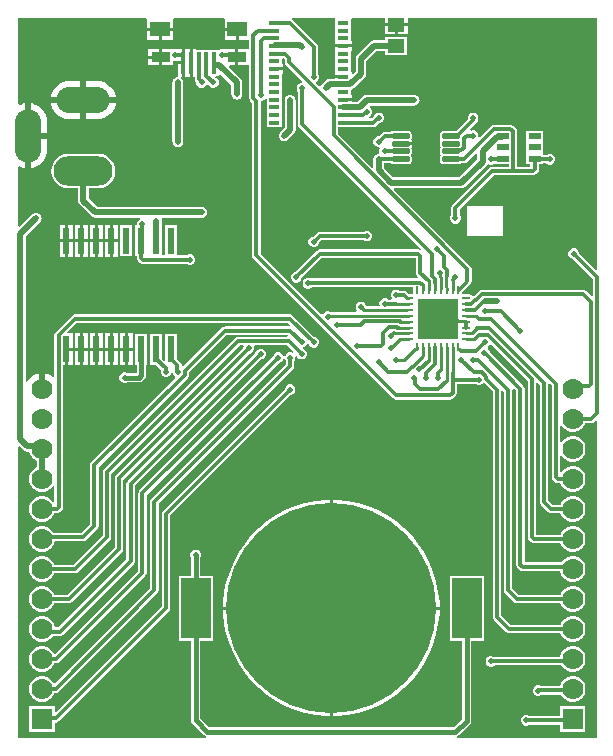
<source format=gtl>
G04*
G04 #@! TF.GenerationSoftware,Altium Limited,Altium Designer,23.2.1 (34)*
G04*
G04 Layer_Physical_Order=1*
G04 Layer_Color=255*
%FSLAX44Y44*%
%MOMM*%
G71*
G04*
G04 #@! TF.SameCoordinates,42A8F1EF-7107-4BB4-9A72-9FAECD8FE37F*
G04*
G04*
G04 #@! TF.FilePolarity,Positive*
G04*
G01*
G75*
%ADD16R,0.6000X2.2000*%
%ADD17R,1.4500X1.1500*%
%ADD18R,0.9144X0.3048*%
%ADD19R,0.4000X1.8500*%
%ADD20R,1.6250X0.9000*%
%ADD21R,1.6900X1.3000*%
%ADD22R,1.0033X0.5588*%
%ADD23R,2.5000X5.1000*%
G04:AMPARAMS|DCode=24|XSize=1.47mm|YSize=0.4546mm|CornerRadius=0.0568mm|HoleSize=0mm|Usage=FLASHONLY|Rotation=180.000|XOffset=0mm|YOffset=0mm|HoleType=Round|Shape=RoundedRectangle|*
%AMROUNDEDRECTD24*
21,1,1.4700,0.3410,0,0,180.0*
21,1,1.3564,0.4546,0,0,180.0*
1,1,0.1137,-0.6782,0.1705*
1,1,0.1137,0.6782,0.1705*
1,1,0.1137,0.6782,-0.1705*
1,1,0.1137,-0.6782,-0.1705*
%
%ADD24ROUNDEDRECTD24*%
G04:AMPARAMS|DCode=25|XSize=0.6mm|YSize=0.25mm|CornerRadius=0.0313mm|HoleSize=0mm|Usage=FLASHONLY|Rotation=0.000|XOffset=0mm|YOffset=0mm|HoleType=Round|Shape=RoundedRectangle|*
%AMROUNDEDRECTD25*
21,1,0.6000,0.1875,0,0,0.0*
21,1,0.5375,0.2500,0,0,0.0*
1,1,0.0625,0.2688,-0.0938*
1,1,0.0625,-0.2688,-0.0938*
1,1,0.0625,-0.2688,0.0938*
1,1,0.0625,0.2688,0.0938*
%
%ADD25ROUNDEDRECTD25*%
G04:AMPARAMS|DCode=26|XSize=0.6mm|YSize=0.25mm|CornerRadius=0.0313mm|HoleSize=0mm|Usage=FLASHONLY|Rotation=270.000|XOffset=0mm|YOffset=0mm|HoleType=Round|Shape=RoundedRectangle|*
%AMROUNDEDRECTD26*
21,1,0.6000,0.1875,0,0,270.0*
21,1,0.5375,0.2500,0,0,270.0*
1,1,0.0625,-0.0938,-0.2688*
1,1,0.0625,-0.0938,0.2688*
1,1,0.0625,0.0938,0.2688*
1,1,0.0625,0.0938,-0.2688*
%
%ADD26ROUNDEDRECTD26*%
%ADD38C,0.5000*%
%ADD43C,17.8000*%
%ADD44R,3.4500X3.4500*%
%ADD45C,0.3048*%
%ADD46C,0.3810*%
%ADD47C,0.5080*%
%ADD48C,0.2540*%
%ADD49R,1.7780X1.7780*%
%ADD50C,1.7780*%
%ADD51O,5.0000X2.5000*%
%ADD52O,4.5000X2.2500*%
%ADD53O,2.2500X4.5000*%
%ADD54C,0.4000*%
%ADD55C,0.4064*%
G36*
X220000Y101741D02*
X218827Y101255D01*
X204500Y115581D01*
Y115895D01*
X203815Y117549D01*
X202549Y118815D01*
X200895Y119500D01*
X199105D01*
X197451Y118815D01*
X196185Y117549D01*
X195500Y115895D01*
Y114105D01*
X196185Y112451D01*
X197451Y111185D01*
X199105Y110500D01*
X199419D01*
X216455Y93464D01*
Y79588D01*
X215282Y79102D01*
X210779Y83605D01*
X209613Y84383D01*
X208238Y84657D01*
X122488D01*
X121113Y84383D01*
X119948Y83605D01*
X115871Y79528D01*
X115263Y79407D01*
X115161Y79339D01*
X114903Y79339D01*
X113560Y79797D01*
X113355Y80105D01*
X112590Y80616D01*
X111687Y80795D01*
X106987D01*
X106156Y81156D01*
X105795Y81987D01*
Y82580D01*
X111437Y88222D01*
X112541Y88959D01*
X113320Y90125D01*
X113593Y91500D01*
Y101978D01*
X113320Y103353D01*
X112541Y104518D01*
X47861Y169198D01*
X48347Y170371D01*
X105000D01*
X105000Y170371D01*
X106771Y170723D01*
X108273Y171727D01*
X126233Y189687D01*
X126617Y190261D01*
X127403Y191132D01*
X128386Y190798D01*
X129105Y190500D01*
X130895D01*
X131713Y190839D01*
X132984Y190706D01*
X132984Y190706D01*
X132984Y190706D01*
X144947D01*
Y188593D01*
X130886D01*
X129511Y188319D01*
X128346Y187541D01*
X97459Y156654D01*
X96680Y155489D01*
X96407Y154114D01*
Y147771D01*
X96185Y147549D01*
X95500Y145895D01*
Y144105D01*
X96185Y142451D01*
X97451Y141185D01*
X99105Y140500D01*
X100895D01*
X102549Y141185D01*
X103815Y142451D01*
X104500Y144105D01*
Y145895D01*
X103815Y147549D01*
X103593Y147771D01*
Y152625D01*
X132375Y181407D01*
X165266D01*
X166640Y181681D01*
X167806Y182459D01*
X169592Y184245D01*
X170371Y185410D01*
X170644Y186786D01*
Y190706D01*
X174067D01*
Y191657D01*
X176979D01*
X177451Y191185D01*
X179105Y190500D01*
X180895D01*
X182549Y191185D01*
X183815Y192451D01*
X184500Y194105D01*
Y195895D01*
X183815Y197549D01*
X182549Y198815D01*
X180895Y199500D01*
X179105D01*
X177519Y198843D01*
X174067D01*
Y209706D01*
Y219294D01*
X160035D01*
Y209706D01*
Y200206D01*
Y190706D01*
X163458D01*
Y188593D01*
X152133D01*
Y218754D01*
X151860Y220129D01*
X151081Y221294D01*
X149017Y223359D01*
X147851Y224137D01*
X146476Y224411D01*
X133011D01*
X131636Y224137D01*
X130471Y223359D01*
X120633Y213521D01*
X119716Y213993D01*
X119500Y214184D01*
Y215895D01*
X118815Y217549D01*
X117549Y218815D01*
X115895Y219500D01*
X114105D01*
X113190Y219121D01*
X112817Y219240D01*
X112467Y220686D01*
X117167Y225386D01*
X117946Y226551D01*
X117954Y226590D01*
X118815Y227451D01*
X119500Y229105D01*
Y230895D01*
X118815Y232549D01*
X117549Y233815D01*
X115895Y234500D01*
X114105D01*
X112451Y233815D01*
X111185Y232549D01*
X110500Y230895D01*
Y229105D01*
X110566Y228947D01*
X100692Y219073D01*
X89718D01*
X88716Y218874D01*
X87867Y218306D01*
X87299Y217457D01*
X87100Y216455D01*
Y213045D01*
X87299Y212043D01*
X87662Y211500D01*
X87299Y210957D01*
X87100Y209955D01*
Y206545D01*
X87299Y205543D01*
X87662Y205000D01*
X87299Y204457D01*
X87100Y203455D01*
Y200045D01*
X87299Y199043D01*
X87662Y198500D01*
X87299Y197957D01*
X87100Y196955D01*
Y193545D01*
X87299Y192543D01*
X87867Y191694D01*
X88716Y191126D01*
X89718Y190927D01*
X103282D01*
X104284Y191126D01*
X105079Y191657D01*
X107443D01*
X108818Y191931D01*
X109984Y192709D01*
X117158Y199883D01*
X118331Y199397D01*
Y194877D01*
X103083Y179629D01*
X47471D01*
X39629Y187471D01*
Y191532D01*
X45108D01*
X45716Y191126D01*
X46718Y190927D01*
X55689D01*
X56396Y190786D01*
X57103Y190927D01*
X60282D01*
X61284Y191126D01*
X62133Y191694D01*
X62701Y192543D01*
X62900Y193545D01*
Y196955D01*
X62701Y197957D01*
X62338Y198500D01*
X62701Y199043D01*
X62900Y200045D01*
Y203455D01*
X62701Y204457D01*
X62639Y204550D01*
X63172Y205348D01*
X63410Y206545D01*
Y207000D01*
X53500D01*
Y209500D01*
X63410D01*
Y209955D01*
X63172Y211152D01*
X62639Y211950D01*
X62701Y212043D01*
X62900Y213045D01*
Y216455D01*
X62701Y217457D01*
X62133Y218306D01*
X61284Y218874D01*
X60282Y219073D01*
X46718D01*
X45716Y218874D01*
X44921Y218343D01*
X40251D01*
X38876Y218069D01*
X37711Y217291D01*
X34920Y214500D01*
X34105D01*
X32451Y213815D01*
X31185Y212549D01*
X30500Y210895D01*
Y209105D01*
X31185Y207451D01*
X32451Y206185D01*
X34105Y205500D01*
X35300D01*
X35597Y205194D01*
X36066Y204301D01*
X35500Y202935D01*
Y201145D01*
X35645Y200796D01*
X35379Y200314D01*
X34772Y199584D01*
X34352Y199500D01*
X34105D01*
X33877Y199405D01*
X33229Y199277D01*
X32679Y198909D01*
X32451Y198815D01*
X32276Y198640D01*
X31727Y198273D01*
X31360Y197724D01*
X31185Y197549D01*
X31091Y197321D01*
X30723Y196771D01*
X30594Y196123D01*
X30500Y195895D01*
Y195648D01*
X30371Y195000D01*
Y188347D01*
X29198Y187861D01*
X370Y216689D01*
Y222476D01*
X4653D01*
X5000Y222407D01*
X30472D01*
X31847Y222680D01*
X33012Y223459D01*
X35053Y225500D01*
X35895D01*
X37549Y226185D01*
X38815Y227451D01*
X39500Y229105D01*
Y230895D01*
X38815Y232549D01*
X37549Y233815D01*
X35895Y234500D01*
X34105D01*
X32451Y233815D01*
X31185Y232549D01*
X30652Y231261D01*
X28984Y229593D01*
X27024D01*
X26772Y230863D01*
X27549Y231185D01*
X28815Y232451D01*
X29500Y234105D01*
Y235895D01*
X28815Y237549D01*
X27549Y238815D01*
X27858Y240061D01*
X28112Y240371D01*
X65000D01*
X65648Y240500D01*
X65895D01*
X66123Y240594D01*
X66771Y240723D01*
X67321Y241091D01*
X67549Y241185D01*
X67723Y241360D01*
X68273Y241727D01*
X68640Y242276D01*
X68815Y242451D01*
X68909Y242679D01*
X69277Y243229D01*
X69406Y243877D01*
X69500Y244105D01*
Y244352D01*
X69629Y245000D01*
X69500Y245648D01*
Y245895D01*
X69406Y246123D01*
X69277Y246771D01*
X68909Y247321D01*
X68815Y247549D01*
X68640Y247724D01*
X68273Y248273D01*
X67723Y248640D01*
X67549Y248815D01*
X67321Y248909D01*
X66771Y249277D01*
X66123Y249405D01*
X65895Y249500D01*
X65648D01*
X65000Y249629D01*
X25044D01*
X25044Y249629D01*
X23273Y249277D01*
X21771Y248273D01*
X21771Y248273D01*
X17127Y243629D01*
X12072D01*
Y244250D01*
X5000D01*
Y246750D01*
X12072D01*
Y249524D01*
X11572D01*
Y253981D01*
X12788Y254223D01*
X14290Y255227D01*
X23273Y264210D01*
X23273Y264210D01*
X24277Y265712D01*
X24629Y267484D01*
Y278095D01*
X33015Y286481D01*
X40750D01*
Y283360D01*
X59250D01*
Y298860D01*
X40750D01*
Y295739D01*
X31098D01*
X31098Y295739D01*
X29326Y295387D01*
X27824Y294383D01*
X27824Y294383D01*
X16727Y283286D01*
X15723Y281784D01*
X15371Y280012D01*
X15371Y280012D01*
Y280000D01*
X15371Y280000D01*
X15371Y280000D01*
Y269401D01*
X13245Y267275D01*
X12072Y267761D01*
Y269024D01*
X11572D01*
Y274476D01*
Y286976D01*
X12072D01*
Y289750D01*
X5000D01*
X-2072D01*
Y286976D01*
X-1572D01*
Y280976D01*
Y269024D01*
X-2072D01*
Y266250D01*
X5000D01*
Y263750D01*
X-2072D01*
Y263129D01*
X-6500D01*
X-6500Y263129D01*
X-8271Y262777D01*
X-9773Y261773D01*
X-13273Y258273D01*
X-13641Y257724D01*
X-13815Y257549D01*
X-13909Y257321D01*
X-14031Y257139D01*
X-15233Y256842D01*
X-15553Y256865D01*
X-18179Y259491D01*
X-17931Y260736D01*
X-17451Y260935D01*
X-16185Y262201D01*
X-15500Y263855D01*
Y265645D01*
X-16185Y267299D01*
X-16407Y267521D01*
Y290000D01*
X-16681Y291375D01*
X-17459Y292541D01*
X-37959Y313041D01*
X-37980Y313055D01*
X-38262Y314771D01*
X-38086Y315000D01*
X-2282D01*
X-1572Y314024D01*
Y306976D01*
Y295024D01*
X-2072D01*
Y292250D01*
X5000D01*
X12072D01*
Y295024D01*
X11572D01*
Y306976D01*
Y314024D01*
X12282Y315000D01*
X40250D01*
Y310140D01*
X50000D01*
X59750D01*
Y315000D01*
X220000D01*
Y101741D01*
D02*
G37*
G36*
X-95550Y314000D02*
Y306250D01*
X-84600D01*
Y305000D01*
X-83350D01*
Y296000D01*
X-74617D01*
Y288400D01*
X-83925D01*
Y281400D01*
Y274400D01*
X-74617D01*
Y246481D01*
X-74344Y245106D01*
X-73565Y243940D01*
X-72219Y242595D01*
Y113626D01*
X-71946Y112251D01*
X-71167Y111085D01*
X47459Y-7541D01*
X48625Y-8320D01*
X50000Y-8593D01*
X95715D01*
X97090Y-8320D01*
X98255Y-7541D01*
X100041Y-5755D01*
X100820Y-4590D01*
X101093Y-3214D01*
Y4855D01*
X117236D01*
X117458Y4633D01*
X119112Y3948D01*
X120902D01*
X122556Y4633D01*
X123050Y5127D01*
X124778Y5141D01*
X131407Y-1488D01*
Y-192261D01*
X131680Y-193636D01*
X132459Y-194802D01*
X142998Y-205341D01*
X144164Y-206119D01*
X145539Y-206393D01*
X188889D01*
X189052Y-207003D01*
X190486Y-209487D01*
X192513Y-211514D01*
X194997Y-212948D01*
X197766Y-213690D01*
X200634D01*
X203403Y-212948D01*
X205887Y-211514D01*
X207914Y-209487D01*
X209348Y-207003D01*
X210090Y-204234D01*
Y-201366D01*
X209348Y-198597D01*
X207914Y-196113D01*
X205887Y-194086D01*
X203403Y-192652D01*
X200634Y-191910D01*
X197766D01*
X194997Y-192652D01*
X192513Y-194086D01*
X190486Y-196113D01*
X189052Y-198597D01*
X188889Y-199207D01*
X147027D01*
X138593Y-190773D01*
Y-1357D01*
X139863Y-831D01*
X140962Y-1930D01*
Y-170000D01*
X141235Y-171375D01*
X142014Y-172541D01*
X149414Y-179941D01*
X150580Y-180720D01*
X151955Y-180993D01*
X188889D01*
X189052Y-181603D01*
X190486Y-184087D01*
X192513Y-186114D01*
X194997Y-187548D01*
X197766Y-188290D01*
X200634D01*
X203403Y-187548D01*
X205887Y-186114D01*
X207914Y-184087D01*
X209348Y-181603D01*
X210090Y-178834D01*
Y-175966D01*
X209348Y-173197D01*
X207914Y-170713D01*
X205887Y-168686D01*
X203403Y-167252D01*
X200634Y-166510D01*
X197766D01*
X194997Y-167252D01*
X192513Y-168686D01*
X190486Y-170713D01*
X189052Y-173197D01*
X188889Y-173807D01*
X153443D01*
X148148Y-168512D01*
Y-442D01*
X148140Y-401D01*
X149150Y1029D01*
X149418Y1068D01*
X151407Y-921D01*
Y-148215D01*
X151680Y-149590D01*
X152459Y-150755D01*
X154245Y-152541D01*
X155410Y-153320D01*
X156785Y-153593D01*
X188353D01*
X189052Y-156203D01*
X190486Y-158687D01*
X192513Y-160714D01*
X194997Y-162148D01*
X197766Y-162890D01*
X200634D01*
X203403Y-162148D01*
X205887Y-160714D01*
X207914Y-158687D01*
X209348Y-156203D01*
X210090Y-153434D01*
Y-150566D01*
X209348Y-147797D01*
X207914Y-145313D01*
X205887Y-143286D01*
X203403Y-141852D01*
X200634Y-141110D01*
X197766D01*
X194997Y-141852D01*
X192513Y-143286D01*
X190486Y-145313D01*
X189854Y-146407D01*
X158593D01*
Y567D01*
X158320Y1942D01*
X157541Y3108D01*
X129043Y31605D01*
Y31919D01*
X128358Y33573D01*
X127246Y34685D01*
X127235Y35528D01*
X127355Y36105D01*
X127549Y36185D01*
X128815Y37451D01*
X129014Y37931D01*
X130259Y38179D01*
X161407Y7031D01*
Y-124815D01*
X161681Y-126189D01*
X162459Y-127355D01*
X164245Y-129141D01*
X165410Y-129920D01*
X166786Y-130193D01*
X188889D01*
X189052Y-130803D01*
X190486Y-133287D01*
X192513Y-135314D01*
X194997Y-136748D01*
X197766Y-137490D01*
X200634D01*
X203403Y-136748D01*
X205887Y-135314D01*
X207914Y-133287D01*
X209348Y-130803D01*
X210090Y-128034D01*
Y-125166D01*
X209348Y-122397D01*
X207914Y-119913D01*
X205887Y-117886D01*
X203403Y-116452D01*
X200634Y-115710D01*
X197766D01*
X194997Y-116452D01*
X192513Y-117886D01*
X190486Y-119913D01*
X189052Y-122397D01*
X188889Y-123007D01*
X168593D01*
Y5324D01*
X169766Y5810D01*
X171407Y4170D01*
Y-95000D01*
X171681Y-96375D01*
X172459Y-97541D01*
X178659Y-103741D01*
X179825Y-104520D01*
X181200Y-104793D01*
X188889D01*
X189052Y-105403D01*
X190486Y-107887D01*
X192513Y-109914D01*
X194997Y-111348D01*
X197766Y-112090D01*
X200634D01*
X203403Y-111348D01*
X205887Y-109914D01*
X207914Y-107887D01*
X209348Y-105403D01*
X210090Y-102634D01*
Y-99766D01*
X209348Y-96997D01*
X207914Y-94513D01*
X205887Y-92486D01*
X203403Y-91052D01*
X200634Y-90310D01*
X197766D01*
X194997Y-91052D01*
X192513Y-92486D01*
X190486Y-94513D01*
X189052Y-96997D01*
X188889Y-97607D01*
X182688D01*
X178593Y-93512D01*
Y4530D01*
X179863Y5056D01*
X181407Y3512D01*
Y-74015D01*
X181681Y-75389D01*
X182459Y-76555D01*
X184245Y-78341D01*
X185410Y-79120D01*
X186786Y-79393D01*
X188889D01*
X189052Y-80003D01*
X190486Y-82487D01*
X192513Y-84514D01*
X194997Y-85948D01*
X197766Y-86690D01*
X200634D01*
X203403Y-85948D01*
X205887Y-84514D01*
X207914Y-82487D01*
X209348Y-80003D01*
X210090Y-77234D01*
Y-74366D01*
X209348Y-71597D01*
X207914Y-69113D01*
X205887Y-67086D01*
X203403Y-65652D01*
X200634Y-64910D01*
X197766D01*
X194997Y-65652D01*
X192513Y-67086D01*
X190486Y-69113D01*
X189863Y-70192D01*
X188593Y-69852D01*
Y-56348D01*
X189863Y-56008D01*
X190486Y-57087D01*
X192513Y-59114D01*
X194997Y-60548D01*
X197766Y-61290D01*
X200634D01*
X203403Y-60548D01*
X205887Y-59114D01*
X207914Y-57087D01*
X209348Y-54603D01*
X210090Y-51834D01*
Y-48966D01*
X209348Y-46197D01*
X207914Y-43713D01*
X205887Y-41686D01*
X203403Y-40252D01*
X200634Y-39510D01*
X197766D01*
X194997Y-40252D01*
X192513Y-41686D01*
X190486Y-43713D01*
X189863Y-44792D01*
X188593Y-44452D01*
Y-30948D01*
X189863Y-30608D01*
X190486Y-31687D01*
X192513Y-33714D01*
X194997Y-35148D01*
X197766Y-35890D01*
X200634D01*
X203403Y-35148D01*
X205887Y-33714D01*
X207914Y-31687D01*
X209348Y-29203D01*
X209511Y-28593D01*
X215000D01*
X216375Y-28319D01*
X217541Y-27541D01*
X218827Y-26255D01*
X220000Y-26741D01*
Y-295000D01*
X101390D01*
X101264Y-293730D01*
X101524Y-293678D01*
X102815Y-292815D01*
X112315Y-283315D01*
X113178Y-282024D01*
X113482Y-280500D01*
Y-212500D01*
X124000D01*
Y-157500D01*
X95000D01*
Y-212500D01*
X105519D01*
Y-278851D01*
X98351Y-286019D01*
X-108351D01*
X-116018Y-278351D01*
Y-212500D01*
X-105000D01*
Y-157500D01*
X-116018D01*
Y-142147D01*
X-115500Y-140895D01*
Y-139105D01*
X-116185Y-137451D01*
X-117451Y-136185D01*
X-119105Y-135500D01*
X-120895D01*
X-122549Y-136185D01*
X-123815Y-137451D01*
X-124500Y-139105D01*
Y-140895D01*
X-123982Y-142147D01*
Y-157500D01*
X-134000D01*
Y-212500D01*
X-123982D01*
Y-280000D01*
X-123678Y-281524D01*
X-122815Y-282815D01*
X-112815Y-292815D01*
X-111524Y-293678D01*
X-111264Y-293730D01*
X-111390Y-295000D01*
X-270000D01*
Y-48525D01*
X-268827Y-48039D01*
X-265622Y-51243D01*
X-265622Y-51243D01*
X-264121Y-52247D01*
X-262349Y-52599D01*
X-262349Y-52599D01*
X-260685D01*
X-260148Y-54603D01*
X-258714Y-57087D01*
X-256687Y-59114D01*
X-254629Y-60302D01*
Y-65898D01*
X-256687Y-67086D01*
X-258714Y-69113D01*
X-260148Y-71597D01*
X-260890Y-74366D01*
Y-77234D01*
X-260148Y-80003D01*
X-258714Y-82487D01*
X-256687Y-84514D01*
X-254203Y-85948D01*
X-251434Y-86690D01*
X-248566D01*
X-245797Y-85948D01*
X-243313Y-84514D01*
X-241286Y-82487D01*
X-240837Y-81709D01*
X-239567Y-82050D01*
Y-94950D01*
X-240837Y-95291D01*
X-241286Y-94513D01*
X-243313Y-92486D01*
X-245797Y-91052D01*
X-248566Y-90310D01*
X-251434D01*
X-254203Y-91052D01*
X-256687Y-92486D01*
X-258714Y-94513D01*
X-260148Y-96997D01*
X-260890Y-99766D01*
Y-102634D01*
X-260148Y-105403D01*
X-258714Y-107887D01*
X-256687Y-109914D01*
X-254203Y-111348D01*
X-251434Y-112090D01*
X-248566D01*
X-245797Y-111348D01*
X-243313Y-109914D01*
X-241286Y-107887D01*
X-239852Y-105403D01*
X-239689Y-104793D01*
X-237759D01*
X-236385Y-104520D01*
X-235219Y-103741D01*
X-233433Y-101955D01*
X-232654Y-100789D01*
X-232381Y-99415D01*
Y20500D01*
X-230700D01*
Y34000D01*
X-229450D01*
Y35250D01*
X-223950D01*
Y47500D01*
X-228193D01*
X-228679Y48673D01*
X-220945Y56407D01*
X-41488D01*
X-39905Y54824D01*
X-40470Y53593D01*
X-95000D01*
X-96375Y53320D01*
X-97541Y52541D01*
X-130511Y19571D01*
X-131781Y20097D01*
Y20824D01*
X-132054Y22199D01*
X-132833Y23364D01*
X-135550Y26081D01*
Y47000D01*
X-145550D01*
Y25041D01*
X-146723Y24555D01*
X-148250Y26081D01*
Y47000D01*
X-158250D01*
Y21000D01*
X-153331D01*
X-149127Y16796D01*
X-149500Y15895D01*
Y14105D01*
X-148815Y12451D01*
X-147549Y11185D01*
X-145895Y10500D01*
X-144105D01*
X-142451Y11185D01*
X-141185Y12451D01*
X-140673Y13686D01*
X-139327D01*
X-138815Y12451D01*
X-137549Y11185D01*
X-137069Y10986D01*
X-136821Y9741D01*
X-208281Y-61719D01*
X-209060Y-62885D01*
X-209333Y-64260D01*
Y-114252D01*
X-216488Y-121407D01*
X-240424D01*
X-241286Y-119913D01*
X-243313Y-117886D01*
X-245797Y-116452D01*
X-248566Y-115710D01*
X-251434D01*
X-254203Y-116452D01*
X-256687Y-117886D01*
X-258714Y-119913D01*
X-260148Y-122397D01*
X-260890Y-125166D01*
Y-128034D01*
X-260148Y-130803D01*
X-258714Y-133287D01*
X-256687Y-135314D01*
X-254203Y-136748D01*
X-251434Y-137490D01*
X-248566D01*
X-245797Y-136748D01*
X-243313Y-135314D01*
X-241286Y-133287D01*
X-239852Y-130803D01*
X-239260Y-128593D01*
X-215000D01*
X-213625Y-128320D01*
X-212459Y-127541D01*
X-203200Y-118281D01*
X-202421Y-117115D01*
X-202147Y-115740D01*
Y-65748D01*
X-126435Y9964D01*
X-125656Y11130D01*
X-125383Y12505D01*
Y14536D01*
X-93512Y46407D01*
X-42052D01*
X-41667Y45887D01*
X-42308Y44617D01*
X-83976D01*
X-85351Y44344D01*
X-86517Y43565D01*
X-197541Y-67459D01*
X-198319Y-68625D01*
X-198593Y-70000D01*
Y-123512D01*
X-223488Y-148407D01*
X-239689D01*
X-239852Y-147797D01*
X-241286Y-145313D01*
X-243313Y-143286D01*
X-245797Y-141852D01*
X-248566Y-141110D01*
X-251434D01*
X-254203Y-141852D01*
X-256687Y-143286D01*
X-258714Y-145313D01*
X-260148Y-147797D01*
X-260890Y-150566D01*
Y-153434D01*
X-260148Y-156203D01*
X-258714Y-158687D01*
X-256687Y-160714D01*
X-254203Y-162148D01*
X-251434Y-162890D01*
X-248566D01*
X-245797Y-162148D01*
X-243313Y-160714D01*
X-241286Y-158687D01*
X-239852Y-156203D01*
X-239689Y-155593D01*
X-222000D01*
X-220625Y-155319D01*
X-219459Y-154541D01*
X-192459Y-127541D01*
X-191681Y-126375D01*
X-191407Y-125000D01*
Y-71488D01*
X-82488Y37431D01*
X-80007D01*
X-79301Y36375D01*
X-79500Y35895D01*
Y35581D01*
X-187541Y-72459D01*
X-188319Y-73625D01*
X-188593Y-75000D01*
Y-133512D01*
X-228888Y-173807D01*
X-239689D01*
X-239852Y-173197D01*
X-241286Y-170713D01*
X-243313Y-168686D01*
X-245797Y-167252D01*
X-248566Y-166510D01*
X-251434D01*
X-254203Y-167252D01*
X-256687Y-168686D01*
X-258714Y-170713D01*
X-260148Y-173197D01*
X-260890Y-175966D01*
Y-178834D01*
X-260148Y-181603D01*
X-258714Y-184087D01*
X-256687Y-186114D01*
X-254203Y-187548D01*
X-251434Y-188290D01*
X-248566D01*
X-245797Y-187548D01*
X-243313Y-186114D01*
X-241286Y-184087D01*
X-239852Y-181603D01*
X-239689Y-180993D01*
X-227400D01*
X-226025Y-180720D01*
X-224859Y-179941D01*
X-182459Y-137541D01*
X-181681Y-136375D01*
X-181407Y-135000D01*
Y-76488D01*
X-74419Y30500D01*
X-74105D01*
X-72451Y31185D01*
X-71185Y32451D01*
X-70500Y34105D01*
Y35895D01*
X-70699Y36375D01*
X-69993Y37431D01*
X-42512D01*
X-37225Y32144D01*
X-37945Y31068D01*
X-39105Y31548D01*
X-40895D01*
X-42549Y30863D01*
X-43815Y29597D01*
X-44327Y28361D01*
X-45673D01*
X-46185Y29597D01*
X-47451Y30863D01*
X-49105Y31548D01*
X-50895D01*
X-52549Y30863D01*
X-53815Y29597D01*
X-54500Y27943D01*
Y27629D01*
X-167541Y-85411D01*
X-168319Y-86577D01*
X-168593Y-87952D01*
Y-153512D01*
X-238679Y-223598D01*
X-238763Y-223626D01*
X-240226Y-223349D01*
X-241286Y-221513D01*
X-243313Y-219486D01*
X-245797Y-218052D01*
X-248566Y-217310D01*
X-251434D01*
X-254203Y-218052D01*
X-256687Y-219486D01*
X-258714Y-221513D01*
X-260148Y-223997D01*
X-260890Y-226766D01*
Y-229634D01*
X-260148Y-232403D01*
X-258714Y-234887D01*
X-256687Y-236914D01*
X-254203Y-238348D01*
X-251434Y-239090D01*
X-248566D01*
X-245797Y-238348D01*
X-243313Y-236914D01*
X-241286Y-234887D01*
X-239852Y-232403D01*
X-239689Y-231793D01*
X-238200D01*
X-236825Y-231520D01*
X-235659Y-230741D01*
X-162459Y-157541D01*
X-161681Y-156375D01*
X-161407Y-155000D01*
Y-89440D01*
X-49419Y22548D01*
X-49105D01*
X-47451Y23233D01*
X-46185Y24499D01*
X-45673Y25735D01*
X-44327D01*
X-43815Y24499D01*
X-43593Y24277D01*
Y21488D01*
X-157541Y-92459D01*
X-158320Y-93625D01*
X-158593Y-95000D01*
Y-168512D01*
X-238785Y-248704D01*
X-240373Y-248495D01*
X-241286Y-246913D01*
X-243313Y-244886D01*
X-245797Y-243452D01*
X-248566Y-242710D01*
X-251434D01*
X-254203Y-243452D01*
X-256687Y-244886D01*
X-258714Y-246913D01*
X-260148Y-249397D01*
X-260890Y-252166D01*
Y-255034D01*
X-260148Y-257803D01*
X-258714Y-260287D01*
X-256687Y-262314D01*
X-254203Y-263748D01*
X-251434Y-264490D01*
X-248566D01*
X-245797Y-263748D01*
X-243313Y-262314D01*
X-241286Y-260287D01*
X-239852Y-257803D01*
X-239615Y-256917D01*
X-238323D01*
X-236949Y-256643D01*
X-235783Y-255864D01*
X-152459Y-172541D01*
X-151680Y-171375D01*
X-151407Y-170000D01*
Y-96488D01*
X-37459Y17459D01*
X-36681Y18625D01*
X-36407Y20000D01*
Y24277D01*
X-36185Y24499D01*
X-35500Y26153D01*
Y27828D01*
X-35116Y28237D01*
X-34457Y28743D01*
X-34325Y28682D01*
X-33815Y27451D01*
X-32549Y26185D01*
X-30895Y25500D01*
X-29105D01*
X-27451Y26185D01*
X-26185Y27451D01*
X-25500Y29105D01*
Y30895D01*
X-26185Y32549D01*
X-27451Y33815D01*
X-28686Y34327D01*
Y35673D01*
X-27451Y36185D01*
X-26185Y37451D01*
X-25673Y38686D01*
X-24327D01*
X-23815Y37451D01*
X-22549Y36185D01*
X-20895Y35500D01*
X-19105D01*
X-17451Y36185D01*
X-16185Y37451D01*
X-15500Y39105D01*
Y40895D01*
X-16185Y42549D01*
X-17451Y43815D01*
X-19105Y44500D01*
X-19419D01*
X-37459Y62541D01*
X-38625Y63320D01*
X-40000Y63593D01*
X-222434D01*
X-223809Y63320D01*
X-224974Y62541D01*
X-238515Y49000D01*
X-239293Y47835D01*
X-239567Y46460D01*
Y11270D01*
X-240740Y10784D01*
X-241471Y11515D01*
X-244639Y13343D01*
X-247500Y14110D01*
Y400D01*
X-252500D01*
Y14110D01*
X-255361Y13343D01*
X-258529Y11515D01*
X-261115Y8929D01*
X-262531Y6476D01*
X-263801Y6816D01*
Y129653D01*
X-251727Y141727D01*
X-251360Y142276D01*
X-251185Y142451D01*
X-251091Y142679D01*
X-250723Y143229D01*
X-250594Y143877D01*
X-250500Y144105D01*
Y144352D01*
X-250371Y145000D01*
X-250500Y145648D01*
Y145895D01*
X-250594Y146123D01*
X-250723Y146771D01*
X-251091Y147321D01*
X-251185Y147549D01*
X-251360Y147724D01*
X-251727Y148273D01*
X-252276Y148640D01*
X-252451Y148815D01*
X-252679Y148909D01*
X-253229Y149277D01*
X-253877Y149405D01*
X-254105Y149500D01*
X-254352D01*
X-255000Y149629D01*
X-255648Y149500D01*
X-255895D01*
X-256123Y149405D01*
X-256771Y149277D01*
X-257321Y148909D01*
X-257549Y148815D01*
X-257724Y148640D01*
X-258273Y148273D01*
X-268827Y137720D01*
X-270000Y138206D01*
Y188365D01*
X-268911Y189018D01*
X-268249Y188664D01*
X-265186Y187735D01*
X-264500Y187668D01*
Y215000D01*
Y242332D01*
X-265186Y242265D01*
X-268249Y241336D01*
X-268911Y240982D01*
X-270000Y241635D01*
Y315000D01*
X-161601D01*
X-160950Y314000D01*
X-160950Y313730D01*
Y306250D01*
X-150000D01*
X-139050D01*
Y313730D01*
X-139050Y314000D01*
X-138399Y315000D01*
X-96201D01*
X-95550Y314000D01*
D02*
G37*
G36*
X-44657Y279576D02*
Y277295D01*
X-44384Y275920D01*
X-43605Y274754D01*
X-29620Y260770D01*
X-30147Y259500D01*
X-30895D01*
X-32549Y258815D01*
X-33815Y257549D01*
X-34500Y255895D01*
Y254105D01*
X-33815Y252451D01*
X-33593Y252229D01*
Y224939D01*
X-33319Y223564D01*
X-32541Y222399D01*
X70860Y118998D01*
X70050Y118012D01*
X69590Y118320D01*
X68215Y118593D01*
X-15000D01*
X-16375Y118320D01*
X-17541Y117541D01*
X-35581Y99500D01*
X-35895D01*
X-37549Y98815D01*
X-38815Y97549D01*
X-39500Y95895D01*
Y94105D01*
X-38815Y92451D01*
X-37549Y91185D01*
X-35895Y90500D01*
X-34105D01*
X-32451Y91185D01*
X-31185Y92451D01*
X-30500Y94105D01*
Y94419D01*
X-13512Y111407D01*
X66407D01*
Y99072D01*
X66680Y97697D01*
X67459Y96531D01*
X68700Y95290D01*
X68214Y94117D01*
X-23180D01*
X-24105Y94500D01*
X-25895D01*
X-27549Y93815D01*
X-28815Y92549D01*
X-29500Y90895D01*
Y89105D01*
X-28815Y87451D01*
X-27549Y86185D01*
X-25895Y85500D01*
X-24105D01*
X-22451Y86185D01*
X-21705Y86931D01*
X64005D01*
X64205Y86687D01*
Y81987D01*
X63844Y81156D01*
X63013Y80795D01*
X61195D01*
X61000Y80834D01*
X60671D01*
X60004Y81501D01*
X59267Y82605D01*
X58101Y83384D01*
X56726Y83657D01*
X52771D01*
X52549Y83879D01*
X50895Y84564D01*
X49105D01*
X47451Y83879D01*
X46185Y82613D01*
X45500Y80959D01*
Y79169D01*
X46185Y77515D01*
X46337Y77363D01*
X45811Y76093D01*
X43081D01*
X42549Y76625D01*
X40895Y77310D01*
X39105D01*
X37451Y76625D01*
X36185Y75359D01*
X35500Y73705D01*
Y71915D01*
X35701Y71430D01*
X34995Y70374D01*
X24500D01*
Y70895D01*
X23815Y72549D01*
X22549Y73815D01*
X20895Y74500D01*
X19105D01*
X17451Y73815D01*
X16185Y72549D01*
X15500Y70895D01*
Y69105D01*
X16185Y67451D01*
X16532Y67104D01*
X16006Y65834D01*
X-5670D01*
X-6917Y66082D01*
X-7345Y66260D01*
X-9136D01*
X-10790Y65574D01*
X-12055Y64309D01*
X-12254Y63829D01*
X-13500Y63581D01*
X-65033Y115114D01*
Y244083D01*
X-64710Y244476D01*
X-64105D01*
X-62451Y245161D01*
X-61198Y246414D01*
X-61123Y246413D01*
X-59928Y246143D01*
Y235476D01*
Y228976D01*
Y222476D01*
X-46784D01*
Y228976D01*
Y235476D01*
Y241976D01*
Y248476D01*
Y254976D01*
Y267476D01*
X-46284D01*
Y270250D01*
X-53356D01*
Y272750D01*
X-46284D01*
Y275524D01*
X-46784D01*
Y279907D01*
X-45514Y280433D01*
X-44657Y279576D01*
D02*
G37*
%LPC*%
G36*
X59750Y307640D02*
X51250D01*
Y300640D01*
X59750D01*
Y307640D01*
D02*
G37*
G36*
X48750D02*
X40250D01*
Y300640D01*
X48750D01*
Y307640D01*
D02*
G37*
G36*
X138462Y155641D02*
X111538D01*
X110758Y155486D01*
X110096Y155044D01*
X109654Y154382D01*
X109499Y153602D01*
Y132266D01*
X109654Y131485D01*
X110096Y130824D01*
X110758Y130382D01*
X111538Y130227D01*
X138462D01*
X139242Y130382D01*
X139904Y130824D01*
X140346Y131485D01*
X140501Y132266D01*
Y153602D01*
X140346Y154382D01*
X139904Y155044D01*
X139242Y155486D01*
X138462Y155641D01*
D02*
G37*
G36*
X-85850Y303750D02*
X-95550D01*
Y296000D01*
X-85850D01*
Y303750D01*
D02*
G37*
G36*
X-139050D02*
X-148750D01*
Y296000D01*
X-139050D01*
Y303750D01*
D02*
G37*
G36*
X-151250D02*
X-160950D01*
Y296000D01*
X-151250D01*
Y303750D01*
D02*
G37*
G36*
X-136298Y288540D02*
X-138302D01*
X-138739Y288359D01*
X-138800Y288400D01*
Y288400D01*
X-148175D01*
Y281400D01*
Y274400D01*
X-138800D01*
Y278127D01*
X-138302Y278460D01*
X-136298D01*
X-135856Y278643D01*
X-134800Y277937D01*
Y277900D01*
X-131550D01*
Y288400D01*
X-134800D01*
Y288400D01*
X-135244Y288103D01*
X-136298Y288540D01*
D02*
G37*
G36*
X-96298D02*
X-98302D01*
X-99080Y288218D01*
X-100300Y287900D01*
X-100300Y287900D01*
X-100300Y287900D01*
X-119300D01*
Y288400D01*
X-122550D01*
Y276650D01*
Y264900D01*
X-120893D01*
Y262828D01*
X-120619Y261453D01*
X-119841Y260287D01*
X-119500Y259947D01*
Y259105D01*
X-118815Y257451D01*
X-117549Y256185D01*
X-115895Y255500D01*
X-114105D01*
X-112451Y256185D01*
X-111185Y257451D01*
X-110673Y258687D01*
X-109327D01*
X-108815Y257451D01*
X-107549Y256185D01*
X-105895Y255500D01*
X-104105D01*
X-102451Y256185D01*
X-101185Y257451D01*
X-100500Y259105D01*
Y260895D01*
X-101185Y262549D01*
X-102451Y263815D01*
X-103212Y264130D01*
X-102959Y265400D01*
X-100300D01*
Y267094D01*
X-99127Y267580D01*
X-89629Y258083D01*
Y250000D01*
X-89500Y249352D01*
Y249105D01*
X-89406Y248877D01*
X-89277Y248229D01*
X-88909Y247679D01*
X-88815Y247451D01*
X-88640Y247276D01*
X-88273Y246727D01*
X-87724Y246360D01*
X-87549Y246185D01*
X-87321Y246091D01*
X-86771Y245723D01*
X-86123Y245595D01*
X-85895Y245500D01*
X-85648D01*
X-85000Y245371D01*
X-84352Y245500D01*
X-84105D01*
X-83877Y245595D01*
X-83229Y245723D01*
X-82679Y246091D01*
X-82451Y246185D01*
X-82276Y246360D01*
X-81727Y246727D01*
X-81360Y247276D01*
X-81185Y247451D01*
X-81091Y247679D01*
X-80723Y248229D01*
X-80595Y248877D01*
X-80500Y249105D01*
Y249352D01*
X-80371Y250000D01*
Y260000D01*
X-80723Y261772D01*
X-81727Y263273D01*
X-81727Y263273D01*
X-91680Y273227D01*
X-91194Y274400D01*
X-86425D01*
Y281400D01*
Y288400D01*
X-95800D01*
Y288400D01*
X-95861Y288359D01*
X-96298Y288540D01*
D02*
G37*
G36*
X-150675Y288400D02*
X-160050D01*
Y282650D01*
X-150675D01*
Y288400D01*
D02*
G37*
G36*
Y280150D02*
X-160050D01*
Y274400D01*
X-150675D01*
Y280150D01*
D02*
G37*
G36*
X-125050Y288400D02*
X-129050D01*
Y276650D01*
Y264900D01*
X-125050D01*
Y276650D01*
Y288400D01*
D02*
G37*
G36*
X-203750Y261329D02*
X-212500D01*
Y247500D01*
X-187668D01*
X-187735Y248186D01*
X-188664Y251249D01*
X-190173Y254072D01*
X-192204Y256546D01*
X-194678Y258577D01*
X-197501Y260086D01*
X-200564Y261015D01*
X-203750Y261329D01*
D02*
G37*
G36*
X-217500D02*
X-226250D01*
X-229436Y261015D01*
X-232499Y260086D01*
X-235322Y258577D01*
X-237796Y256546D01*
X-239827Y254072D01*
X-241336Y251249D01*
X-242265Y248186D01*
X-242332Y247500D01*
X-217500D01*
Y261329D01*
D02*
G37*
G36*
X-187668Y242500D02*
X-212500D01*
Y228671D01*
X-203750D01*
X-200564Y228985D01*
X-197501Y229914D01*
X-194678Y231423D01*
X-192204Y233454D01*
X-190173Y235928D01*
X-188664Y238751D01*
X-187735Y241814D01*
X-187668Y242500D01*
D02*
G37*
G36*
X-217500D02*
X-242332D01*
X-242265Y241814D01*
X-241336Y238751D01*
X-239827Y235928D01*
X-237796Y233454D01*
X-235322Y231423D01*
X-232499Y229914D01*
X-229436Y228985D01*
X-226250Y228671D01*
X-217500D01*
Y242500D01*
D02*
G37*
G36*
X-259500Y242332D02*
Y217500D01*
X-245671D01*
Y226250D01*
X-245985Y229436D01*
X-246914Y232499D01*
X-248423Y235322D01*
X-250454Y237796D01*
X-252928Y239827D01*
X-255751Y241336D01*
X-258814Y242265D01*
X-259500Y242332D01*
D02*
G37*
G36*
X-131550Y275400D02*
X-134800D01*
Y265865D01*
X-134888Y265324D01*
X-135424Y264742D01*
X-135895Y264500D01*
X-135903Y264497D01*
X-136123Y264405D01*
X-136771Y264277D01*
X-137321Y263909D01*
X-137549Y263815D01*
X-137724Y263640D01*
X-138273Y263273D01*
X-138640Y262724D01*
X-138815Y262549D01*
X-138909Y262321D01*
X-139277Y261771D01*
X-139406Y261123D01*
X-139500Y260895D01*
Y260648D01*
X-139629Y260000D01*
Y210000D01*
X-139500Y209352D01*
Y209105D01*
X-139406Y208877D01*
X-139277Y208229D01*
X-138909Y207679D01*
X-138815Y207451D01*
X-138640Y207276D01*
X-138273Y206727D01*
X-137724Y206360D01*
X-137549Y206185D01*
X-137321Y206091D01*
X-136771Y205723D01*
X-136123Y205595D01*
X-135895Y205500D01*
X-135648D01*
X-135000Y205371D01*
X-134352Y205500D01*
X-134105D01*
X-133877Y205595D01*
X-133229Y205723D01*
X-132679Y206091D01*
X-132451Y206185D01*
X-132276Y206360D01*
X-131727Y206727D01*
X-131360Y207276D01*
X-131185Y207451D01*
X-131091Y207679D01*
X-130723Y208229D01*
X-130595Y208877D01*
X-130500Y209105D01*
Y209352D01*
X-130371Y210000D01*
Y260000D01*
X-130500Y260648D01*
Y260895D01*
X-130595Y261123D01*
X-130723Y261771D01*
X-131091Y262321D01*
X-131185Y262549D01*
X-131360Y262724D01*
X-131727Y263273D01*
X-132276Y263640D01*
X-132093Y264492D01*
X-131877Y264900D01*
X-131550D01*
Y275400D01*
D02*
G37*
G36*
X-245671Y212500D02*
X-259500D01*
Y187668D01*
X-258814Y187735D01*
X-255751Y188664D01*
X-252928Y190173D01*
X-250454Y192204D01*
X-248423Y194678D01*
X-246914Y197501D01*
X-245985Y200564D01*
X-245671Y203750D01*
Y212500D01*
D02*
G37*
G36*
X-223950Y139500D02*
X-228200D01*
Y127250D01*
X-223950D01*
Y139500D01*
D02*
G37*
G36*
X-185850D02*
X-190100D01*
Y127250D01*
X-185850D01*
Y139500D01*
D02*
G37*
G36*
X-211250D02*
X-215500D01*
Y127250D01*
X-211250D01*
Y139500D01*
D02*
G37*
G36*
X-198550D02*
X-202800D01*
Y127250D01*
X-198550D01*
Y139500D01*
D02*
G37*
G36*
X-230700D02*
X-234950D01*
Y127250D01*
X-230700D01*
Y139500D01*
D02*
G37*
G36*
X-218000D02*
X-222250D01*
Y127250D01*
X-218000D01*
Y139500D01*
D02*
G37*
G36*
X-192600D02*
X-196850D01*
Y127250D01*
X-192600D01*
Y139500D01*
D02*
G37*
G36*
X-205300D02*
X-209550D01*
Y127250D01*
X-205300D01*
Y139500D01*
D02*
G37*
G36*
X-173650Y139000D02*
X-183650D01*
Y113000D01*
X-173650D01*
Y139000D01*
D02*
G37*
G36*
X-185850Y124750D02*
X-190100D01*
Y112500D01*
X-185850D01*
Y124750D01*
D02*
G37*
G36*
X-192600D02*
X-196850D01*
Y112500D01*
X-192600D01*
Y124750D01*
D02*
G37*
G36*
X-198550D02*
X-202800D01*
Y112500D01*
X-198550D01*
Y124750D01*
D02*
G37*
G36*
X-205300D02*
X-209550D01*
Y112500D01*
X-205300D01*
Y124750D01*
D02*
G37*
G36*
X-211250D02*
X-215500D01*
Y112500D01*
X-211250D01*
Y124750D01*
D02*
G37*
G36*
X-218000D02*
X-222250D01*
Y112500D01*
X-218000D01*
Y124750D01*
D02*
G37*
G36*
X-223950D02*
X-228200D01*
Y112500D01*
X-223950D01*
Y124750D01*
D02*
G37*
G36*
X-230700D02*
X-234950D01*
Y112500D01*
X-230700D01*
Y124750D01*
D02*
G37*
G36*
X-202500Y199625D02*
X-227500D01*
X-231285Y199127D01*
X-234813Y197666D01*
X-237841Y195341D01*
X-240166Y192313D01*
X-241627Y188785D01*
X-242125Y185000D01*
X-241627Y181215D01*
X-240166Y177687D01*
X-237841Y174659D01*
X-234813Y172334D01*
X-231285Y170873D01*
X-227500Y170375D01*
X-219629D01*
Y160000D01*
X-219629Y160000D01*
X-219277Y158229D01*
X-218273Y156727D01*
X-208273Y146727D01*
X-208273Y146727D01*
X-206771Y145723D01*
X-205000Y145371D01*
X-167111D01*
X-166858Y144101D01*
X-167549Y143815D01*
X-168815Y142549D01*
X-169500Y140895D01*
Y139105D01*
X-169570Y139000D01*
X-170950D01*
Y113000D01*
X-169543D01*
Y111785D01*
X-169270Y110410D01*
X-168491Y109245D01*
X-166705Y107459D01*
X-165539Y106680D01*
X-164165Y106407D01*
X-127771D01*
X-127549Y106185D01*
X-125895Y105500D01*
X-124105D01*
X-122451Y106185D01*
X-121185Y107451D01*
X-120500Y109105D01*
Y110895D01*
X-121185Y112549D01*
X-122451Y113815D01*
X-124105Y114500D01*
X-125895D01*
X-127549Y113815D01*
X-127771Y113593D01*
X-135550D01*
Y139000D01*
X-145550D01*
Y113593D01*
X-148250D01*
Y139000D01*
X-148621D01*
Y142920D01*
X-148750Y143568D01*
Y143815D01*
X-148844Y144043D01*
X-148856Y144101D01*
X-148093Y145255D01*
X-147912Y145371D01*
X-115000D01*
X-114352Y145500D01*
X-114105D01*
X-113877Y145595D01*
X-113229Y145723D01*
X-112679Y146091D01*
X-112451Y146185D01*
X-112276Y146360D01*
X-111727Y146727D01*
X-111360Y147276D01*
X-111185Y147451D01*
X-111091Y147679D01*
X-110723Y148229D01*
X-110594Y148877D01*
X-110500Y149105D01*
Y149352D01*
X-110371Y150000D01*
X-110500Y150648D01*
Y150895D01*
X-110594Y151123D01*
X-110723Y151771D01*
X-111091Y152321D01*
X-111185Y152549D01*
X-111360Y152724D01*
X-111727Y153273D01*
X-112276Y153640D01*
X-112451Y153815D01*
X-112679Y153909D01*
X-113229Y154277D01*
X-113877Y154406D01*
X-114105Y154500D01*
X-114352D01*
X-115000Y154629D01*
X-203083D01*
X-210371Y161917D01*
Y170375D01*
X-202500D01*
X-198715Y170873D01*
X-195187Y172334D01*
X-192159Y174659D01*
X-189834Y177687D01*
X-188373Y181215D01*
X-187875Y185000D01*
X-188373Y188785D01*
X-189834Y192313D01*
X-192159Y195341D01*
X-195187Y197666D01*
X-198715Y199127D01*
X-202500Y199625D01*
D02*
G37*
G36*
X-173150Y47500D02*
X-177400D01*
Y35250D01*
X-173150D01*
Y47500D01*
D02*
G37*
G36*
X-198550D02*
X-202800D01*
Y35250D01*
X-198550D01*
Y47500D01*
D02*
G37*
G36*
X-211250D02*
X-215500D01*
Y35250D01*
X-211250D01*
Y47500D01*
D02*
G37*
G36*
X-185850D02*
X-190100D01*
Y35250D01*
X-185850D01*
Y47500D01*
D02*
G37*
G36*
X-179900D02*
X-184150D01*
Y35250D01*
X-179900D01*
Y47500D01*
D02*
G37*
G36*
X-218000D02*
X-222250D01*
Y35250D01*
X-218000D01*
Y47500D01*
D02*
G37*
G36*
X-192600D02*
X-196850D01*
Y35250D01*
X-192600D01*
Y47500D01*
D02*
G37*
G36*
X-205300D02*
X-209550D01*
Y35250D01*
X-205300D01*
Y47500D01*
D02*
G37*
G36*
X-173150Y32750D02*
X-177400D01*
Y20500D01*
X-173150D01*
Y32750D01*
D02*
G37*
G36*
X-179900D02*
X-184150D01*
Y20500D01*
X-179900D01*
Y32750D01*
D02*
G37*
G36*
X-185850D02*
X-190100D01*
Y20500D01*
X-185850D01*
Y32750D01*
D02*
G37*
G36*
X-192600D02*
X-196850D01*
Y20500D01*
X-192600D01*
Y32750D01*
D02*
G37*
G36*
X-198550D02*
X-202800D01*
Y20500D01*
X-198550D01*
Y32750D01*
D02*
G37*
G36*
X-205300D02*
X-209550D01*
Y20500D01*
X-205300D01*
Y32750D01*
D02*
G37*
G36*
X-211250D02*
X-215500D01*
Y20500D01*
X-211250D01*
Y32750D01*
D02*
G37*
G36*
X-218000D02*
X-222250D01*
Y20500D01*
X-218000D01*
Y32750D01*
D02*
G37*
G36*
X-223950D02*
X-228200D01*
Y20500D01*
X-223950D01*
Y32750D01*
D02*
G37*
G36*
X-160950Y47000D02*
X-170950D01*
Y21000D01*
X-169932D01*
Y13981D01*
X-177853D01*
X-179105Y14500D01*
X-180895D01*
X-182549Y13815D01*
X-183815Y12549D01*
X-184500Y10895D01*
Y9105D01*
X-183815Y7451D01*
X-182549Y6185D01*
X-180895Y5500D01*
X-179105D01*
X-177853Y6018D01*
X-168182D01*
X-166658Y6322D01*
X-165366Y7185D01*
X-163135Y9416D01*
X-162272Y10708D01*
X-161968Y12232D01*
Y21000D01*
X-160950D01*
Y47000D01*
D02*
G37*
G36*
X-505Y-93500D02*
X-3750D01*
Y-183750D01*
X86500D01*
Y-180505D01*
X85619Y-171558D01*
X83865Y-162740D01*
X81255Y-154137D01*
X77815Y-145832D01*
X73577Y-137903D01*
X68582Y-130428D01*
X62879Y-123478D01*
X56522Y-117121D01*
X49572Y-111418D01*
X42097Y-106423D01*
X34168Y-102185D01*
X25863Y-98745D01*
X17260Y-96135D01*
X8442Y-94381D01*
X-505Y-93500D01*
D02*
G37*
G36*
X-6250D02*
X-9495D01*
X-18442Y-94381D01*
X-27260Y-96135D01*
X-35863Y-98745D01*
X-44168Y-102185D01*
X-52097Y-106423D01*
X-59572Y-111418D01*
X-66522Y-117121D01*
X-72879Y-123478D01*
X-78582Y-130428D01*
X-83577Y-137903D01*
X-87815Y-145832D01*
X-91255Y-154137D01*
X-93865Y-162740D01*
X-95619Y-171558D01*
X-96500Y-180505D01*
Y-183750D01*
X-6250D01*
Y-93500D01*
D02*
G37*
G36*
X-64105Y34500D02*
X-65895D01*
X-67549Y33815D01*
X-68815Y32549D01*
X-69500Y30895D01*
Y30581D01*
X-177541Y-77459D01*
X-178319Y-78625D01*
X-178593Y-80000D01*
Y-143512D01*
X-236488Y-201407D01*
X-239110D01*
Y-201366D01*
X-239852Y-198597D01*
X-241286Y-196113D01*
X-243313Y-194086D01*
X-245797Y-192652D01*
X-248566Y-191910D01*
X-251434D01*
X-254203Y-192652D01*
X-256687Y-194086D01*
X-258714Y-196113D01*
X-260148Y-198597D01*
X-260890Y-201366D01*
Y-204234D01*
X-260148Y-207003D01*
X-258714Y-209487D01*
X-256687Y-211514D01*
X-254203Y-212948D01*
X-251434Y-213690D01*
X-248566D01*
X-245797Y-212948D01*
X-243313Y-211514D01*
X-241286Y-209487D01*
X-240770Y-208593D01*
X-235000D01*
X-233625Y-208319D01*
X-232459Y-207541D01*
X-172459Y-147541D01*
X-171681Y-146375D01*
X-171407Y-145000D01*
Y-81488D01*
X-64419Y25500D01*
X-64105D01*
X-62451Y26185D01*
X-61185Y27451D01*
X-60500Y29105D01*
Y30895D01*
X-61185Y32549D01*
X-62451Y33815D01*
X-64105Y34500D01*
D02*
G37*
G36*
X200634Y-217310D02*
X197766D01*
X194997Y-218052D01*
X192513Y-219486D01*
X190486Y-221513D01*
X189052Y-223997D01*
X188506Y-226033D01*
X132183D01*
X130895Y-225500D01*
X129105D01*
X127451Y-226185D01*
X126185Y-227451D01*
X125500Y-229105D01*
Y-230895D01*
X126185Y-232549D01*
X127451Y-233815D01*
X129105Y-234500D01*
X130895D01*
X132549Y-233815D01*
X133144Y-233220D01*
X189523D01*
X190486Y-234887D01*
X192513Y-236914D01*
X194997Y-238348D01*
X197766Y-239090D01*
X200634D01*
X203403Y-238348D01*
X205887Y-236914D01*
X207914Y-234887D01*
X209348Y-232403D01*
X210090Y-229634D01*
Y-226766D01*
X209348Y-223997D01*
X207914Y-221513D01*
X205887Y-219486D01*
X203403Y-218052D01*
X200634Y-217310D01*
D02*
G37*
G36*
Y-242710D02*
X197766D01*
X194997Y-243452D01*
X192513Y-244886D01*
X190486Y-246913D01*
X189052Y-249397D01*
X188613Y-251033D01*
X172183D01*
X170895Y-250500D01*
X169105D01*
X167451Y-251185D01*
X166185Y-252451D01*
X165500Y-254105D01*
Y-255895D01*
X166185Y-257549D01*
X167451Y-258815D01*
X169105Y-259500D01*
X170895D01*
X172549Y-258815D01*
X173144Y-258220D01*
X189292D01*
X190486Y-260287D01*
X192513Y-262314D01*
X194997Y-263748D01*
X197766Y-264490D01*
X200634D01*
X203403Y-263748D01*
X205887Y-262314D01*
X207914Y-260287D01*
X209348Y-257803D01*
X210090Y-255034D01*
Y-252166D01*
X209348Y-249397D01*
X207914Y-246913D01*
X205887Y-244886D01*
X203403Y-243452D01*
X200634Y-242710D01*
D02*
G37*
G36*
X-39105Y4500D02*
X-40895D01*
X-42549Y3815D01*
X-43815Y2549D01*
X-44500Y895D01*
Y581D01*
X-147541Y-102459D01*
X-148320Y-103625D01*
X-148593Y-105000D01*
Y-183512D01*
X-237937Y-272855D01*
X-239110Y-272369D01*
Y-268110D01*
X-260890D01*
Y-289890D01*
X-239110D01*
Y-281917D01*
X-238323D01*
X-236949Y-281643D01*
X-235783Y-280864D01*
X-142459Y-187541D01*
X-141680Y-186375D01*
X-141407Y-185000D01*
Y-106488D01*
X-39419Y-4500D01*
X-39105D01*
X-37451Y-3815D01*
X-36185Y-2549D01*
X-35500Y-895D01*
Y895D01*
X-36185Y2549D01*
X-37451Y3815D01*
X-39105Y4500D01*
D02*
G37*
G36*
X210090Y-268110D02*
X188310D01*
Y-276407D01*
X162771D01*
X162549Y-276185D01*
X160895Y-275500D01*
X159105D01*
X157451Y-276185D01*
X156185Y-277451D01*
X155500Y-279105D01*
Y-280895D01*
X156185Y-282549D01*
X157451Y-283815D01*
X159105Y-284500D01*
X160895D01*
X162549Y-283815D01*
X162771Y-283593D01*
X188310D01*
Y-289890D01*
X210090D01*
Y-268110D01*
D02*
G37*
G36*
X86500Y-186250D02*
X-3750D01*
Y-276500D01*
X-505D01*
X8442Y-275619D01*
X17260Y-273865D01*
X25863Y-271255D01*
X34168Y-267815D01*
X42097Y-263577D01*
X49572Y-258582D01*
X56522Y-252879D01*
X62879Y-246522D01*
X68582Y-239572D01*
X73577Y-232097D01*
X77815Y-224168D01*
X81255Y-215863D01*
X83865Y-207260D01*
X85619Y-198442D01*
X86500Y-189495D01*
Y-186250D01*
D02*
G37*
G36*
X-6250D02*
X-96500D01*
Y-189495D01*
X-95619Y-198442D01*
X-93865Y-207260D01*
X-91255Y-215863D01*
X-87815Y-224168D01*
X-83577Y-232097D01*
X-78582Y-239572D01*
X-72879Y-246522D01*
X-66522Y-252879D01*
X-59572Y-258582D01*
X-52097Y-263577D01*
X-44168Y-267815D01*
X-35863Y-271255D01*
X-27260Y-273865D01*
X-18442Y-275619D01*
X-9495Y-276500D01*
X-6250D01*
Y-186250D01*
D02*
G37*
G36*
X-40000Y249629D02*
X-40648Y249500D01*
X-40895D01*
X-41123Y249405D01*
X-41771Y249277D01*
X-42321Y248909D01*
X-42549Y248815D01*
X-42723Y248640D01*
X-43273Y248273D01*
X-43640Y247724D01*
X-43815Y247549D01*
X-43909Y247321D01*
X-44277Y246771D01*
X-44405Y246123D01*
X-44500Y245895D01*
Y245648D01*
X-44629Y245000D01*
Y221917D01*
X-48273Y218273D01*
X-48640Y217724D01*
X-48815Y217549D01*
X-48909Y217321D01*
X-49277Y216771D01*
X-49406Y216123D01*
X-49500Y215895D01*
Y215648D01*
X-49629Y215000D01*
X-49500Y214352D01*
Y214105D01*
X-49406Y213877D01*
X-49277Y213229D01*
X-48909Y212679D01*
X-48815Y212451D01*
X-48640Y212276D01*
X-48273Y211727D01*
X-47723Y211360D01*
X-47549Y211185D01*
X-47321Y211091D01*
X-46771Y210723D01*
X-46123Y210594D01*
X-45895Y210500D01*
X-45648D01*
X-45000Y210371D01*
X-44352Y210500D01*
X-44105D01*
X-43877Y210594D01*
X-43229Y210723D01*
X-42679Y211091D01*
X-42451Y211185D01*
X-42277Y211360D01*
X-41727Y211727D01*
X-36727Y216727D01*
X-36727Y216727D01*
X-35723Y218229D01*
X-35371Y220000D01*
Y245000D01*
X-35500Y245648D01*
Y245895D01*
X-35594Y246123D01*
X-35723Y246771D01*
X-36091Y247321D01*
X-36185Y247549D01*
X-36360Y247724D01*
X-36727Y248273D01*
X-37276Y248640D01*
X-37451Y248815D01*
X-37679Y248909D01*
X-38229Y249277D01*
X-38877Y249405D01*
X-39105Y249500D01*
X-39352D01*
X-40000Y249629D01*
D02*
G37*
G36*
X25895Y134500D02*
X24105D01*
X22451Y133815D01*
X22229Y133593D01*
X-15000D01*
X-16375Y133320D01*
X-17541Y132541D01*
X-20583Y129499D01*
X-20896D01*
X-22550Y128813D01*
X-23816Y127548D01*
X-24501Y125894D01*
Y124103D01*
X-23816Y122450D01*
X-22550Y121184D01*
X-20896Y120499D01*
X-19106D01*
X-17452Y121184D01*
X-16186Y122450D01*
X-15501Y124103D01*
Y124417D01*
X-13512Y126407D01*
X22229D01*
X22451Y126185D01*
X24105Y125500D01*
X25895D01*
X27549Y126185D01*
X28815Y127451D01*
X29500Y129105D01*
Y130895D01*
X28815Y132549D01*
X27549Y133815D01*
X25895Y134500D01*
D02*
G37*
%LPD*%
D16*
X-153250Y126000D02*
D03*
X-178650Y34000D02*
D03*
X-140550Y126000D02*
D03*
X-165950D02*
D03*
X-178650D02*
D03*
X-165950Y34000D02*
D03*
X-191350D02*
D03*
X-204050D02*
D03*
Y126000D02*
D03*
X-229450Y34000D02*
D03*
X-191350Y126000D02*
D03*
X-216750D02*
D03*
Y34000D02*
D03*
X-229450Y126000D02*
D03*
X-153250Y34000D02*
D03*
X-140550D02*
D03*
D17*
X50000Y291110D02*
D03*
Y308890D02*
D03*
D18*
X-53356Y310500D02*
D03*
Y304000D02*
D03*
Y297500D02*
D03*
Y291000D02*
D03*
Y284500D02*
D03*
Y278000D02*
D03*
Y271500D02*
D03*
Y265000D02*
D03*
Y258500D02*
D03*
Y252000D02*
D03*
Y245500D02*
D03*
Y239000D02*
D03*
Y232500D02*
D03*
Y226000D02*
D03*
X5000D02*
D03*
Y232500D02*
D03*
Y239000D02*
D03*
Y245500D02*
D03*
Y252000D02*
D03*
Y258500D02*
D03*
Y265000D02*
D03*
Y271500D02*
D03*
Y278000D02*
D03*
Y284500D02*
D03*
Y291000D02*
D03*
Y297500D02*
D03*
Y304000D02*
D03*
Y310500D02*
D03*
D19*
X-104300Y276650D02*
D03*
X-110800D02*
D03*
X-117300D02*
D03*
X-123800D02*
D03*
X-130300D02*
D03*
D20*
X-85175Y281400D02*
D03*
X-149425D02*
D03*
D21*
X-84600Y305000D02*
D03*
X-150000D02*
D03*
D22*
X140000Y214500D02*
D03*
Y205000D02*
D03*
Y195500D02*
D03*
X167051D02*
D03*
Y205000D02*
D03*
Y214500D02*
D03*
D23*
X-119500Y-185000D02*
D03*
X109500D02*
D03*
D24*
X53500Y195250D02*
D03*
Y201750D02*
D03*
Y208250D02*
D03*
Y214750D02*
D03*
X96500D02*
D03*
Y208250D02*
D03*
Y201750D02*
D03*
Y195250D02*
D03*
D25*
X61000Y77500D02*
D03*
Y72500D02*
D03*
Y67500D02*
D03*
Y62500D02*
D03*
Y57500D02*
D03*
Y52500D02*
D03*
Y47500D02*
D03*
Y42500D02*
D03*
X109000D02*
D03*
Y47500D02*
D03*
Y52500D02*
D03*
Y57500D02*
D03*
Y62500D02*
D03*
Y67500D02*
D03*
Y72500D02*
D03*
Y77500D02*
D03*
D26*
X102500Y84000D02*
D03*
X97500D02*
D03*
X92500D02*
D03*
X87500D02*
D03*
X82500D02*
D03*
X77500D02*
D03*
X72500D02*
D03*
X67500D02*
D03*
Y36000D02*
D03*
X72500D02*
D03*
X77500D02*
D03*
X82500D02*
D03*
X87500D02*
D03*
X92500D02*
D03*
X97500D02*
D03*
X102500D02*
D03*
D38*
X-97300Y283500D02*
D03*
X-137300D02*
D03*
X200000Y115000D02*
D03*
X155000Y50000D02*
D03*
X130000Y-230000D02*
D03*
X170000Y-255000D02*
D03*
X160000Y-280000D02*
D03*
X-120000Y-140000D02*
D03*
X180000Y195000D02*
D03*
X86810Y98686D02*
D03*
X120007Y8448D02*
D03*
X40000Y72810D02*
D03*
X20000Y70000D02*
D03*
X-115000Y260000D02*
D03*
X-105000D02*
D03*
X-30000Y290000D02*
D03*
X-153250Y142920D02*
D03*
X100000Y145000D02*
D03*
X0Y55000D02*
D03*
X65000Y10000D02*
D03*
X-40000Y0D02*
D03*
X-135000Y260000D02*
D03*
X-10000Y255000D02*
D03*
X-40000Y245000D02*
D03*
X-165000Y140000D02*
D03*
X-255000Y145000D02*
D03*
X-145000Y15000D02*
D03*
X-180000Y10000D02*
D03*
X124543Y31024D02*
D03*
X50000Y80064D02*
D03*
X75000Y10000D02*
D03*
X50000Y25000D02*
D03*
X115000D02*
D03*
X45000Y35000D02*
D03*
X-85000Y250000D02*
D03*
X-135000Y210000D02*
D03*
X125000Y40000D02*
D03*
X105000Y25000D02*
D03*
X85000Y10000D02*
D03*
X-30000Y30000D02*
D03*
Y40000D02*
D03*
X135000Y75000D02*
D03*
X125000Y66168D02*
D03*
X100000Y95000D02*
D03*
X-20000Y40000D02*
D03*
X16760Y36760D02*
D03*
X45000Y45000D02*
D03*
X35000Y23072D02*
D03*
X69521Y17048D02*
D03*
X-40000Y27048D02*
D03*
X-50000D02*
D03*
X-8240Y61760D02*
D03*
X-65000Y30000D02*
D03*
X-25000Y90000D02*
D03*
X-75000Y35000D02*
D03*
X-35000Y95000D02*
D03*
X-135000Y15000D02*
D03*
X84229Y119229D02*
D03*
X25000Y130000D02*
D03*
X-20001Y124999D02*
D03*
X-125000Y110000D02*
D03*
X-45000Y215000D02*
D03*
X-65000Y248976D02*
D03*
X-30000Y255000D02*
D03*
X-20000Y264750D02*
D03*
X65000Y245000D02*
D03*
X130000Y195000D02*
D03*
X115000Y215000D02*
D03*
Y230000D02*
D03*
X40000Y202040D02*
D03*
X35000Y195000D02*
D03*
Y210000D02*
D03*
Y230000D02*
D03*
X25000Y235000D02*
D03*
X-115000Y150000D02*
D03*
D43*
X-5000Y-185000D02*
D03*
D44*
X85000Y60000D02*
D03*
D45*
X151955Y-177400D02*
X199200D01*
X160000Y-280000D02*
X198200D01*
X196600Y-180000D02*
X199200Y-177400D01*
X145539Y-202800D02*
X199200D01*
X170373Y-254627D02*
X198173D01*
X199200Y-50400D02*
X203186D01*
X181200Y-101200D02*
X199200D01*
Y400D02*
X201462Y2662D01*
X212662D01*
X166786Y-126600D02*
X199200D01*
X186786Y-75800D02*
X199200D01*
X185000Y-74015D02*
X186786Y-75800D01*
X156785Y-150000D02*
X197200D01*
X199200Y-152000D01*
X130373Y-229627D02*
X197773D01*
X199200Y-25000D02*
X215000D01*
X198173Y-254627D02*
X199200Y-253600D01*
X198200Y-280000D02*
X199200Y-279000D01*
Y-25000D02*
X199200Y-25000D01*
X197773Y-229627D02*
X199200Y-228200D01*
X200000Y115000D02*
X220048Y94952D01*
Y-19952D02*
Y94952D01*
X215000Y-25000D02*
X220048Y-19952D01*
X130000Y-230000D02*
X130373Y-229627D01*
X155000Y-148215D02*
X156785Y-150000D01*
X155000Y-148215D02*
Y567D01*
X124917Y30650D02*
X155000Y567D01*
X185000Y-74015D02*
Y5000D01*
X129856Y60144D02*
X185000Y5000D01*
X120000Y60144D02*
X129856D01*
X165000Y-124815D02*
X166786Y-126600D01*
X165000Y-124815D02*
Y8519D01*
X127495Y46024D02*
X165000Y8519D01*
X119773Y46024D02*
X127495D01*
X116249Y42500D02*
X119773Y46024D01*
X212662Y2662D02*
X215000Y5000D01*
Y74302D01*
X208238Y81064D02*
X215000Y74302D01*
X122488Y81064D02*
X208238D01*
X117512Y76088D02*
X122488Y81064D01*
X116638Y76088D02*
X117512D01*
X113277Y72726D02*
X116638Y76088D01*
X109226Y72726D02*
X113277D01*
X175000Y-95000D02*
X181200Y-101200D01*
X175000Y-95000D02*
Y5658D01*
X128699Y51959D02*
X175000Y5658D01*
X118041Y51959D02*
X128699D01*
X170000Y-255000D02*
X170373Y-254627D01*
X135000Y-192261D02*
X145539Y-202800D01*
X135000Y-192261D02*
Y0D01*
X126031Y8969D02*
X135000Y0D01*
X126031Y8969D02*
Y10943D01*
X122502Y14472D02*
X126031Y10943D01*
X115528Y14472D02*
X122502D01*
X105000Y25000D02*
X115528Y14472D01*
X144555Y-170000D02*
X151955Y-177400D01*
X144555Y-170000D02*
Y-442D01*
X119487Y24627D02*
X144555Y-442D01*
X115375Y24627D02*
X119487D01*
X115001Y25000D02*
X115375Y24627D01*
X-30000Y224939D02*
X80000Y114939D01*
X-30000Y224939D02*
Y255000D01*
X80000Y96211D02*
Y114939D01*
X-68626Y113626D02*
X50000Y-5000D01*
X-66841Y304000D02*
X-53356D01*
X-68626Y113626D02*
Y244083D01*
X-71024Y299816D02*
X-66841Y304000D01*
X-71024Y246481D02*
X-68626Y244083D01*
X-71024Y246481D02*
Y299816D01*
X-237759Y-101200D02*
X-235974Y-99415D01*
Y46460D01*
X-250000Y-101200D02*
X-237759D01*
X-235974Y46460D02*
X-222434Y60000D01*
X-250000Y-279000D02*
X-249324Y-278323D01*
X-145000Y-185000D02*
Y-105000D01*
X-249324Y-278323D02*
X-238323D01*
X-145000Y-185000D01*
Y-105000D02*
X-40000Y0D01*
X-238323Y-253323D02*
X-155000Y-170000D01*
Y-95000D02*
X-40000Y20000D01*
X-155000Y-170000D02*
Y-95000D01*
X-250000Y-253600D02*
X-249723Y-253323D01*
X-238323D01*
X-215000Y-125000D02*
X-205740Y-115740D01*
X-250000Y-126600D02*
X-248400Y-125000D01*
X-215000D01*
X-165000Y-155000D02*
Y-87952D01*
X-238200Y-228200D02*
X-165000Y-155000D01*
X-250000Y-228200D02*
X-238200D01*
X-235000Y-205000D02*
X-175000Y-145000D01*
Y-80000D01*
X-247800Y-205000D02*
X-235000D01*
X-222000Y-152000D02*
X-195000Y-125000D01*
X-205740Y-115740D02*
Y-64260D01*
X-185000Y-135000D02*
Y-75000D01*
X-250000Y-177400D02*
X-227400D01*
X-185000Y-135000D01*
X-195000Y-125000D02*
Y-70000D01*
X-250000Y-152000D02*
X-222000D01*
X-165000Y-87952D02*
X-50000Y27048D01*
X-175000Y-80000D02*
X-65000Y30000D01*
X-185000Y-75000D02*
X-75000Y35000D01*
X-195000Y-70000D02*
X-83976Y41024D01*
X138832Y66168D02*
X155000Y50000D01*
Y50000D02*
Y50000D01*
X125000Y66168D02*
X138832D01*
X-250000Y-202800D02*
X-247800Y-205000D01*
X-41024Y41024D02*
X-30000Y30000D01*
X-83976Y41024D02*
X-41024D01*
X-40000Y50000D02*
X-30000Y40000D01*
X-95000Y50000D02*
X-40000D01*
X-128976Y16024D02*
X-95000Y50000D01*
X-128976Y12505D02*
Y16024D01*
X-205740Y-64260D02*
X-128976Y12505D01*
X-40000Y60000D02*
X-20000Y40000D01*
X-222434Y60000D02*
X-40000D01*
X-40000Y20000D02*
Y27048D01*
X167301Y195250D02*
X179750D01*
X180000Y195000D01*
X90000Y104015D02*
X92834Y101181D01*
Y96191D02*
Y101181D01*
X90000Y104015D02*
Y113458D01*
X84229Y119229D02*
X90000Y113458D01*
X165266Y185000D02*
X167051Y186786D01*
Y195500D01*
X100000Y154114D02*
X130886Y185000D01*
X148540D01*
Y218754D01*
Y185000D02*
X165266D01*
X96500Y201750D02*
X97203Y202453D01*
X107374Y204850D02*
Y212624D01*
X97203Y202453D02*
X104977D01*
X107374Y204850D01*
X107443Y195250D02*
X133011Y220818D01*
X96500Y195250D02*
X107443D01*
X97500Y8448D02*
Y13981D01*
Y-3214D02*
Y8448D01*
Y7500D02*
X98448Y8448D01*
X120007D01*
X40000Y72810D02*
X40310Y72500D01*
X49404D01*
X-117300Y262828D02*
X-115000Y260528D01*
X-117300Y262828D02*
Y276650D01*
X-115000Y260000D02*
Y260528D01*
X-110800Y265800D02*
X-105000Y260000D01*
X107374Y212624D02*
X109750Y215000D01*
X115000D01*
X100000Y145000D02*
Y154114D01*
X20000Y55000D02*
X22706Y57706D01*
X53222D01*
X53428Y57500D01*
X0Y55000D02*
X20000D01*
X65000Y10000D02*
X65374Y9627D01*
Y4627D02*
Y9627D01*
Y4627D02*
X69952Y48D01*
X-15000Y130000D02*
X25000D01*
X-20001Y124999D02*
X-15000Y130000D01*
X-165950Y111785D02*
Y126000D01*
X-165373Y126576D02*
Y139627D01*
X-165950Y126000D02*
X-165373Y126576D01*
Y139627D02*
X-165000Y140000D01*
X-165950Y111785D02*
X-164165Y110000D01*
X-125000D01*
X-145373Y15374D02*
Y18123D01*
Y15374D02*
X-145000Y15000D01*
X-153250Y26000D02*
X-145373Y18123D01*
X-41064Y277295D02*
X-3223Y239454D01*
Y215201D02*
Y239454D01*
X-65000Y295000D02*
X-62500Y297500D01*
X-53356D01*
X-65000Y248976D02*
Y295000D01*
X50000Y80064D02*
X56726D01*
X75000Y10000D02*
Y14008D01*
X82500Y21508D01*
Y36000D01*
X35501Y210000D02*
X40251Y214750D01*
X53500D01*
X1952Y265000D02*
X5000D01*
X100008Y60000D02*
X102282Y57726D01*
X99750Y60000D02*
X100008D01*
X109000Y52500D02*
Y57500D01*
X-97300Y283500D02*
X-96926Y283127D01*
X-86902D01*
X-85175Y281400D01*
X-130776Y283500D02*
X-130300Y283024D01*
Y276650D02*
Y283024D01*
X-137300Y283500D02*
X-130776D01*
X82548Y89840D02*
Y93663D01*
X80000Y96211D02*
X82548Y93663D01*
X35125Y195125D02*
X53375D01*
X53500Y195250D01*
X35000Y195000D02*
X35125Y195125D01*
X40290Y201750D02*
X53500D01*
X101450Y214750D02*
X114627Y227927D01*
X96500Y214750D02*
X101450D01*
X-104300Y275476D02*
Y276650D01*
Y275476D02*
X-103824Y275000D01*
X43072Y15000D02*
X59313D01*
X35000Y23072D02*
X43072Y15000D01*
X59313D02*
X63497Y19184D01*
X-110800Y265800D02*
Y276650D01*
X50304Y52500D02*
X52500D01*
X38976Y38976D02*
Y47495D01*
X36760Y36760D02*
X38976Y38976D01*
Y47495D02*
X44029Y52548D01*
X16760Y36760D02*
X36760D01*
X50257Y52548D02*
X50304Y52500D01*
X44029Y52548D02*
X50257D01*
X117298Y32298D02*
X125000Y40000D01*
X85000Y10000D02*
X85373Y10374D01*
Y14421D01*
X87404Y16451D01*
X85048Y48D02*
X92452Y7452D01*
X69952Y48D02*
X85048D01*
X-53356Y284500D02*
X-44500D01*
X-41064Y281064D01*
Y277295D02*
Y281064D01*
X-40500Y310500D02*
X-20000Y290000D01*
X-53356Y310500D02*
X-40500D01*
X-20000Y264750D02*
Y290000D01*
X116531Y67500D02*
X124031Y75000D01*
X125000D01*
X109000Y67500D02*
X116531D01*
X97500Y92500D02*
X100000Y95000D01*
X110000Y91500D02*
Y101978D01*
X-3223Y215201D02*
X110000Y101978D01*
X105000Y32298D02*
X117298D01*
X45666Y45000D02*
X48166Y47500D01*
X69521Y17048D02*
X69909D01*
X77226Y24365D01*
X-7712Y61760D02*
X-6972Y62500D01*
X-8240Y61760D02*
X-7712D01*
X70027Y90524D02*
X72274Y88277D01*
X-23948Y90524D02*
X70027D01*
X-24472Y90000D02*
X-23948Y90524D01*
X-25000Y90000D02*
X-24472D01*
X68215Y115000D02*
X70000Y113215D01*
Y99072D02*
Y113215D01*
X-35000Y95000D02*
X-15000Y115000D01*
X68215D01*
X70000Y99072D02*
X77500Y91572D01*
X-153250Y26000D02*
Y34000D01*
X-135373Y15374D02*
Y20824D01*
X-140550Y26000D02*
Y34000D01*
Y26000D02*
X-135373Y20824D01*
Y15374D02*
X-135000Y15000D01*
X50000Y-5000D02*
X95715D01*
X97500Y-3214D01*
X146476Y220818D02*
X148540Y218754D01*
X133011Y220818D02*
X146476D01*
X139750Y195250D02*
X140000Y195500D01*
X130250Y195250D02*
X139750D01*
X130000Y195000D02*
X130250Y195250D01*
X114627Y227927D02*
Y229627D01*
X115000Y230000D01*
X40000Y202040D02*
X40290Y201750D01*
X35000Y210000D02*
X35501D01*
X5000Y226000D02*
X30472D01*
X34472Y230000D01*
X35000D01*
X5000Y232500D02*
X21972D01*
X24472Y235000D01*
X25000D01*
D46*
X-120000Y-280000D02*
Y-185500D01*
X-119500Y-185000D01*
X-110000Y-290000D02*
X100000D01*
X-120000Y-280000D02*
X-110000Y-290000D01*
X109500Y-280500D02*
Y-185000D01*
X100000Y-290000D02*
X109500Y-280500D01*
X-120000Y-159500D02*
Y-140000D01*
X-168182Y10000D02*
X-165950Y12232D01*
X-180000Y10000D02*
X-168182D01*
X-165950Y12232D02*
Y34000D01*
D47*
X-251789Y-50400D02*
X-250000Y-52189D01*
Y-75800D02*
Y-52189D01*
X-268430Y-41889D02*
X-262349Y-47970D01*
X-252430D01*
X-250000Y-50400D01*
X-268430Y-41889D02*
Y131570D01*
X-255000Y145000D01*
X-31436Y291436D02*
X-30000Y290000D01*
X-52920Y291436D02*
X-31436D01*
X-153250Y126000D02*
Y142920D01*
X-205000Y150000D02*
X-115000D01*
X-135000Y210000D02*
Y260000D01*
X-40000Y220000D02*
Y245000D01*
X-45000Y215000D02*
X-40000Y220000D01*
X135015Y214246D02*
X139746D01*
X140000Y214500D01*
X122960Y202191D02*
X135015Y214246D01*
X122960Y192960D02*
Y202191D01*
X105000Y175000D02*
X122960Y192960D01*
X25044Y245000D02*
X65000D01*
X19044Y239000D02*
X25044Y245000D01*
X-100000Y275000D02*
X-85000Y260000D01*
X-103824Y275000D02*
X-100000D01*
X-85000Y250000D02*
Y260000D01*
X-85000D02*
X-85000D01*
X20000Y280012D02*
X31098Y291110D01*
X20000Y280000D02*
Y280012D01*
X-6500Y258500D02*
X5000D01*
X11016D01*
X20000Y267484D01*
Y280000D01*
X20000Y280000D01*
X-10000Y255000D02*
X-6500Y258500D01*
X5000Y239000D02*
X19044D01*
X35000Y185553D02*
X45553Y175000D01*
X35000Y185553D02*
Y195000D01*
X45553Y175000D02*
X105000D01*
X31098Y291110D02*
X50000D01*
X125000Y75000D02*
X135000D01*
X-215000Y160000D02*
X-205000Y150000D01*
X-215000Y160000D02*
Y185000D01*
D48*
X86810Y98686D02*
X87281Y98215D01*
X87596Y85476D02*
Y95395D01*
X87281Y95710D02*
Y98215D01*
X92390Y86409D02*
Y95550D01*
X49404Y72500D02*
X61000D01*
X58830Y67040D02*
X59270Y67480D01*
X22960Y67040D02*
X58830D01*
X20000Y70000D02*
X22960Y67040D01*
X92480Y84020D02*
X92500Y84000D01*
X92480Y84020D02*
Y86319D01*
X92390Y86409D02*
X92480Y86319D01*
X59290Y77500D02*
X61000D01*
X56726Y80064D02*
X59290Y77500D01*
X102282Y57726D02*
X108774D01*
X55266Y195250D02*
X56396Y194120D01*
X53500Y195250D02*
X55266D01*
X56500Y25000D02*
X65770Y34270D01*
X50000Y25000D02*
X56500D01*
X63497Y19184D02*
X72500Y28187D01*
X45666Y35000D02*
X53166Y42500D01*
X52500Y52500D02*
X61000D01*
X92452Y7452D02*
Y35952D01*
X82500Y84000D02*
Y89380D01*
X82294Y89586D02*
X82500Y89380D01*
X97500Y84000D02*
Y92500D01*
X102500Y84000D02*
X110000Y91500D01*
X117500Y62500D02*
X120000Y60000D01*
X109000Y62500D02*
X117500D01*
X109020Y47520D02*
X113601D01*
X109000Y47500D02*
X109020Y47520D01*
X113601D02*
X118041Y51959D01*
X109000Y42500D02*
X116249D01*
X45000Y45000D02*
X45666D01*
X48166Y47500D02*
X61000D01*
X53166Y42500D02*
X61000D01*
X67480Y34270D02*
X67500Y34290D01*
X65770Y34270D02*
X67480D01*
X67500Y34290D02*
Y36000D01*
X72500Y28187D02*
Y36000D01*
X77226Y24365D02*
X77500Y24639D01*
Y36000D01*
X53428Y57500D02*
X61000D01*
X-6972Y62500D02*
X61000D01*
X72274Y84226D02*
Y88277D01*
X77500Y84000D02*
Y91572D01*
X87404Y16451D02*
Y35904D01*
X97500Y13981D02*
Y36000D01*
X102774Y34524D02*
X105000Y32298D01*
D49*
X199200Y-279000D02*
D03*
X-250000Y-279000D02*
D03*
D50*
X199200Y-253600D02*
D03*
Y-228200D02*
D03*
Y-202800D02*
D03*
Y-177400D02*
D03*
Y-152000D02*
D03*
Y-126600D02*
D03*
Y-101200D02*
D03*
Y-75800D02*
D03*
Y-50400D02*
D03*
Y-25000D02*
D03*
Y400D02*
D03*
X-250000Y400D02*
D03*
Y-25000D02*
D03*
Y-50400D02*
D03*
Y-75800D02*
D03*
Y-101200D02*
D03*
Y-126600D02*
D03*
Y-152000D02*
D03*
Y-177400D02*
D03*
Y-202800D02*
D03*
Y-228200D02*
D03*
Y-253600D02*
D03*
D51*
X-215000Y185000D02*
D03*
D52*
Y245000D02*
D03*
D53*
X-262000Y215000D02*
D03*
D54*
X85000Y60000D02*
D03*
X99750D02*
D03*
X85000Y74750D02*
D03*
X70250Y60000D02*
D03*
X85000Y45250D02*
D03*
D55*
X179100Y-142500D02*
D03*
X166400Y-167900D02*
D03*
X179100Y-193300D02*
D03*
X166400Y-218700D02*
D03*
X179100Y-244100D02*
D03*
X166400Y-269500D02*
D03*
X153700Y-193300D02*
D03*
X141000Y-218700D02*
D03*
X153700Y-244100D02*
D03*
X141000Y-269500D02*
D03*
X128300Y-244100D02*
D03*
X115600Y-269500D02*
D03*
X90200Y289300D02*
D03*
Y-15500D02*
D03*
Y-66300D02*
D03*
Y-117100D02*
D03*
Y-167900D02*
D03*
Y-218700D02*
D03*
Y-269500D02*
D03*
X64800Y289300D02*
D03*
X77500Y263900D02*
D03*
X64800Y-15500D02*
D03*
X77500Y-40900D02*
D03*
X64800Y-66300D02*
D03*
X77500Y-91700D02*
D03*
X64800Y-117100D02*
D03*
X77500Y-244100D02*
D03*
X64800Y-269500D02*
D03*
X39400Y-15500D02*
D03*
X52100Y-40900D02*
D03*
X39400Y-66300D02*
D03*
X52100Y-91700D02*
D03*
X39400Y-269500D02*
D03*
X26700Y-40900D02*
D03*
Y-91700D02*
D03*
X-11400Y187700D02*
D03*
X1300Y-40900D02*
D03*
X-36800Y187700D02*
D03*
X-24100Y162300D02*
D03*
X-36800Y136900D02*
D03*
Y-66300D02*
D03*
X-24100Y-91700D02*
D03*
X-62200Y136900D02*
D03*
Y86100D02*
D03*
Y-66300D02*
D03*
X-49500Y-91700D02*
D03*
X-62200Y-269500D02*
D03*
X-87600Y187700D02*
D03*
X-74900Y162300D02*
D03*
X-87600Y136900D02*
D03*
Y86100D02*
D03*
Y-66300D02*
D03*
X-74900Y-91700D02*
D03*
X-87600Y-117100D02*
D03*
Y-269500D02*
D03*
X-100300Y213100D02*
D03*
Y162300D02*
D03*
X-113000Y136900D02*
D03*
Y86100D02*
D03*
X-100300Y-91700D02*
D03*
X-113000Y-117100D02*
D03*
X-100300Y-142500D02*
D03*
Y-193300D02*
D03*
X-113000Y-218700D02*
D03*
X-100300Y-244100D02*
D03*
X-113000Y-269500D02*
D03*
X-125700Y213100D02*
D03*
Y162300D02*
D03*
X-138400Y86100D02*
D03*
Y-117100D02*
D03*
Y-167900D02*
D03*
Y-218700D02*
D03*
Y-269500D02*
D03*
X-163800Y289300D02*
D03*
X-151100Y263900D02*
D03*
X-163800Y238500D02*
D03*
X-151100Y213100D02*
D03*
X-163800Y187700D02*
D03*
Y-167900D02*
D03*
Y-218700D02*
D03*
X-151100Y-244100D02*
D03*
X-163800Y-269500D02*
D03*
X-189200Y289300D02*
D03*
X-176500Y263900D02*
D03*
Y213100D02*
D03*
X-189200Y86100D02*
D03*
Y-167900D02*
D03*
Y-218700D02*
D03*
X-176500Y-244100D02*
D03*
X-189200Y-269500D02*
D03*
X-214600Y289300D02*
D03*
X-201900Y263900D02*
D03*
Y213100D02*
D03*
Y162300D02*
D03*
X-214600Y86100D02*
D03*
X-201900Y9900D02*
D03*
X-214600Y-15500D02*
D03*
X-201900Y-40900D02*
D03*
X-214600Y-66300D02*
D03*
X-201900Y-142500D02*
D03*
X-214600Y-218700D02*
D03*
Y-269500D02*
D03*
X-240000Y289300D02*
D03*
X-227300Y263900D02*
D03*
Y213100D02*
D03*
Y162300D02*
D03*
X-240000Y136900D02*
D03*
Y86100D02*
D03*
X-227300Y9900D02*
D03*
Y-40900D02*
D03*
Y-91700D02*
D03*
X-240000Y-117100D02*
D03*
X-227300Y-142500D02*
D03*
X-240000Y-167900D02*
D03*
Y-218700D02*
D03*
X-265400Y289300D02*
D03*
X-252700Y263900D02*
D03*
Y162300D02*
D03*
Y111500D02*
D03*
Y60700D02*
D03*
X-265400Y-66300D02*
D03*
Y-117100D02*
D03*
Y-167900D02*
D03*
Y-218700D02*
D03*
Y-269500D02*
D03*
M02*

</source>
